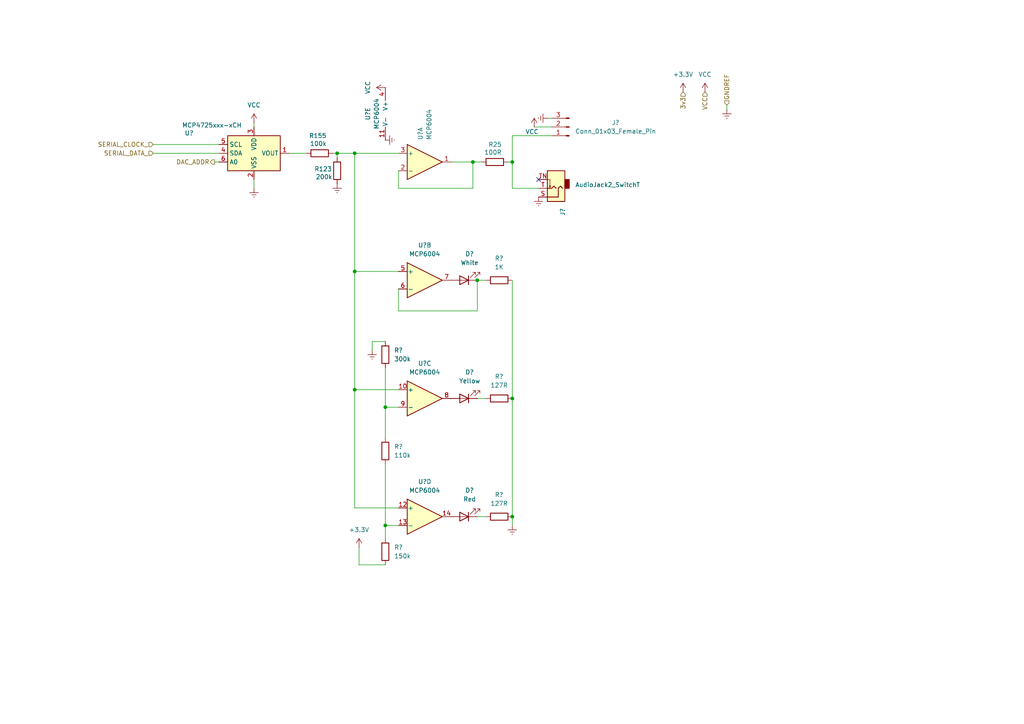
<source format=kicad_sch>
(kicad_sch (version 20250114) (generator "eeschema") (generator_version "9.0")
  (paper "A4")
  (lib_symbols
    (symbol "Amplifier_Operational:MCP6004" (pin_names (offset 0.127))
      (property "Reference" "U" (at 0 5.08 0))
      (property "Value" "MCP6004" (at 0 -5.08 0))
      (symbol "MCP6004_1_1"
        (polyline (pts (xy -5.08 5.08) (xy 5.08 0) (xy -5.08 -5.08) (xy -5.08 5.08)) (stroke (width 0.254)) (fill (type background)))
        (pin input line (at -7.62 2.54 0) (length 2.54) (name "+") (number "3"))
        (pin input line (at -7.62 -2.54 0) (length 2.54) (name "-") (number "2"))
        (pin output line (at 7.62 0 180) (length 2.54) (name "~") (number "1"))
      )
      (symbol "MCP6004_2_1"
        (polyline (pts (xy -5.08 5.08) (xy 5.08 0) (xy -5.08 -5.08) (xy -5.08 5.08)) (stroke (width 0.254)) (fill (type background)))
        (pin input line (at -7.62 2.54 0) (length 2.54) (name "+") (number "5"))
        (pin input line (at -7.62 -2.54 0) (length 2.54) (name "-") (number "6"))
        (pin output line (at 7.62 0 180) (length 2.54) (name "~") (number "7"))
      )
      (symbol "MCP6004_3_1"
        (polyline (pts (xy -5.08 5.08) (xy 5.08 0) (xy -5.08 -5.08) (xy -5.08 5.08)) (stroke (width 0.254)) (fill (type background)))
        (pin input line (at -7.62 2.54 0) (length 2.54) (name "+") (number "10"))
        (pin input line (at -7.62 -2.54 0) (length 2.54) (name "-") (number "9"))
        (pin output line (at 7.62 0 180) (length 2.54) (name "~") (number "8"))
      )
      (symbol "MCP6004_4_1"
        (polyline (pts (xy -5.08 5.08) (xy 5.08 0) (xy -5.08 -5.08) (xy -5.08 5.08)) (stroke (width 0.254)) (fill (type background)))
        (pin input line (at -7.62 2.54 0) (length 2.54) (name "+") (number "12"))
        (pin input line (at -7.62 -2.54 0) (length 2.54) (name "-") (number "13"))
        (pin output line (at 7.62 0 180) (length 2.54) (name "~") (number "14"))
      )
      (symbol "MCP6004_5_1"
        (pin power_in line (at -2.54 7.62 270) (length 3.81) (name "V+") (number "4"))
        (pin power_in line (at -2.54 -7.62 90) (length 3.81) (name "V-") (number "11"))
      )
    )
    (symbol "Analog_DAC:MCP4725xxx-xCH"
      (property "Reference" "U" (at -6.35 6.35 0))
      (property "Value" "MCP4725xxx-xCH" (at 8.89 6.35 0))
      (symbol "MCP4725xxx-xCH_0_1"
        (rectangle (start -7.62 5.08) (end 7.62 -5.08) (stroke (width 0.254)) (fill (type background)))
      )
      (symbol "MCP4725xxx-xCH_1_1"
        (pin input line (at -10.16 2.54 0) (length 2.54) (name "SCL") (number "5"))
        (pin bidirectional line (at -10.16 0 0) (length 2.54) (name "SDA") (number "4"))
        (pin input line (at -10.16 -2.54 0) (length 2.54) (name "A0") (number "6"))
        (pin power_in line (at 0 7.62 270) (length 2.54) (name "VDD") (number "3"))
        (pin power_in line (at 0 -7.62 90) (length 2.54) (name "VSS") (number "2"))
        (pin output line (at 10.16 0 180) (length 2.54) (name "VOUT") (number "1"))
      )
    )
    (symbol "Connector:Conn_01x03_Pin" (pin_names (offset 1.016) (hide yes))
      (property "Reference" "J" (at 0 5.08 0))
      (property "Value" "Conn_01x03_Pin" (at 0 -5.08 0))
      (symbol "Conn_01x03_Pin_1_1"
        (rectangle (start 0.8636 2.667) (end 0 2.413) (stroke (width 0.1524)) (fill (type outline)))
        (rectangle (start 0.8636 0.127) (end 0 -0.127) (stroke (width 0.1524)) (fill (type outline)))
        (rectangle (start 0.8636 -2.413) (end 0 -2.667) (stroke (width 0.1524)) (fill (type outline)))
        (polyline (pts (xy 1.27 2.54) (xy 0.8636 2.54)) (stroke (width 0.1524)))
        (polyline (pts (xy 1.27 0) (xy 0.8636 0)) (stroke (width 0.1524)))
        (polyline (pts (xy 1.27 -2.54) (xy 0.8636 -2.54)) (stroke (width 0.1524)))
        (pin passive line (at 5.08 2.54 180) (length 3.81) (name "Pin_1") (number "1"))
        (pin passive line (at 5.08 0 180) (length 3.81) (name "Pin_2") (number "2"))
        (pin passive line (at 5.08 -2.54 180) (length 3.81) (name "Pin_3") (number "3"))
      )
    )
    (symbol "Connector_Audio:AudioJack2_SwitchT"
      (property "Reference" "J" (at 0 8.89 0))
      (property "Value" "AudioJack2_SwitchT" (at 0 6.35 0))
      (symbol "AudioJack2_SwitchT_0_1"
        (rectangle (start -2.54 0) (end -3.81 -2.54) (stroke (width 0.254)) (fill (type outline)))
        (polyline (pts (xy 0 0) (xy 0.635 -0.635) (xy 1.27 0) (xy 2.54 0)) (stroke (width 0.254)))
        (polyline (pts (xy 1.778 -0.254) (xy 2.032 -0.762)))
        (rectangle (start 2.54 3.81) (end -2.54 -5.08) (stroke (width 0.254)) (fill (type background)))
        (polyline (pts (xy 2.54 2.54) (xy -0.635 2.54) (xy -0.635 0) (xy -1.27 -0.635) (xy -1.905 0)) (stroke (width 0.254)))
        (polyline (pts (xy 2.54 -2.54) (xy 1.778 -2.54) (xy 1.778 -0.254) (xy 1.524 -0.762)))
      )
      (symbol "AudioJack2_SwitchT_1_1"
        (pin passive line (at 5.08 2.54 180) (length 2.54) (name "~") (number "S"))
        (pin passive line (at 5.08 0 180) (length 2.54) (name "~") (number "T"))
        (pin passive line (at 5.08 -2.54 180) (length 2.54) (name "~") (number "TN"))
      )
    )
    (symbol "Device:LED" (pin_numbers (hide yes)) (pin_names (offset 1.016) (hide yes))
      (property "Reference" "D" (at 0 2.54 0))
      (property "Value" "LED" (at 0 -2.54 0))
      (symbol "LED_0_1"
        (polyline (pts (xy -3.048 -0.762) (xy -4.572 -2.286) (xy -3.81 -2.286) (xy -4.572 -2.286) (xy -4.572 -1.524)))
        (polyline (pts (xy -1.778 -0.762) (xy -3.302 -2.286) (xy -2.54 -2.286) (xy -3.302 -2.286) (xy -3.302 -1.524)))
        (polyline (pts (xy -1.27 0) (xy 1.27 0)))
        (polyline (pts (xy -1.27 -1.27) (xy -1.27 1.27)) (stroke (width 0.254)))
        (polyline (pts (xy 1.27 -1.27) (xy 1.27 1.27) (xy -1.27 0) (xy 1.27 -1.27)) (stroke (width 0.254)))
      )
      (symbol "LED_1_1"
        (pin passive line (at -3.81 0 0) (length 2.54) (name "K") (number "1"))
        (pin passive line (at 3.81 0 180) (length 2.54) (name "A") (number "2"))
      )
    )
    (symbol "Device:R" (pin_numbers (hide yes)) (pin_names (offset 0))
      (property "Reference" "R" (at 2.032 0 90))
      (property "Value" "R" (at 0 0 90))
      (symbol "R_0_1"
        (rectangle (start -1.016 -2.54) (end 1.016 2.54) (stroke (width 0.254)))
      )
      (symbol "R_1_1"
        (pin passive line (at 0 3.81 270) (length 1.27) (name "~") (number "1"))
        (pin passive line (at 0 -3.81 90) (length 1.27) (name "~") (number "2"))
      )
    )
    (symbol "power:+3.3V" (power) (pin_numbers (hide yes)) (pin_names (offset 0) (hide yes))
      (property "Value" "+3.3V" (at 0 3.556 0))
      (symbol "+3.3V_0_1"
        (polyline (pts (xy -0.762 1.27) (xy 0 2.54)))
        (polyline (pts (xy 0 2.54) (xy 0.762 1.27)))
        (polyline (pts (xy 0 0) (xy 0 2.54)))
      )
      (symbol "+3.3V_1_1"
        (pin power_in line (at 0 0 90) (length 0) (name "~") (number "1"))
      )
    )
    (symbol "power:GNDREF" (power) (pin_numbers (hide yes)) (pin_names (offset 0) (hide yes))
      (property "Value" "GNDREF" (at 0 -3.81 0))
      (symbol "GNDREF_0_1"
        (polyline (pts (xy -0.635 -1.905) (xy 0.635 -1.905)))
        (polyline (pts (xy -0.127 -2.54) (xy 0.127 -2.54)))
        (polyline (pts (xy 0 -1.27) (xy 0 0)))
        (polyline (pts (xy 1.27 -1.27) (xy -1.27 -1.27)))
      )
      (symbol "GNDREF_1_1"
        (pin power_in line (at 0 0 270) (length 0) (name "~") (number "1"))
      )
    )
    (symbol "power:VCC" (power) (pin_numbers (hide yes)) (pin_names (offset 0) (hide yes))
      (property "Value" "VCC" (at 0 3.556 0))
      (symbol "VCC_0_1"
        (polyline (pts (xy -0.762 1.27) (xy 0 2.54)))
        (polyline (pts (xy 0 2.54) (xy 0.762 1.27)))
        (polyline (pts (xy 0 0) (xy 0 2.54)))
      )
      (symbol "VCC_1_1"
        (pin power_in line (at 0 0 90) (length 0) (name "~") (number "1"))
      )
    )
  )
  (junction (at 102.87 78.74))
  (junction (at 148.59 149.86))
  (junction (at 102.87 113.03))
  (junction (at 97.79 44.45))
  (junction (at 138.43 81.28))
  (junction (at 137.16 46.99))
  (junction (at 111.76 118.11))
  (junction (at 102.87 44.45))
  (junction (at 111.76 152.4))
  (junction (at 148.59 46.99))
  (junction (at 148.59 115.57))
  (no_connect (at 156.21 52.07))
  (wire (pts (xy 115.57 44.45) (xy 102.87 44.45)))
  (wire (pts (xy 137.16 46.99) (xy 137.16 54.61)))
  (wire (pts (xy 102.87 113.03) (xy 102.87 147.32)))
  (wire (pts (xy 139.7 46.99) (xy 137.16 46.99)))
  (wire (pts (xy 148.59 149.86) (xy 148.59 152.4)))
  (wire (pts (xy 115.57 54.61) (xy 137.16 54.61)))
  (wire (pts (xy 115.57 83.82) (xy 115.57 90.17)))
  (wire (pts (xy 102.87 44.45) (xy 102.87 78.74)))
  (wire (pts (xy 73.66 35.56) (xy 73.66 36.83)))
  (wire (pts (xy 111.76 152.4) (xy 115.57 152.4)))
  (wire (pts (xy 97.79 44.45) (xy 102.87 44.45)))
  (wire (pts (xy 210.82 30.48) (xy 210.82 31.75)))
  (wire (pts (xy 138.43 81.28) (xy 140.97 81.28)))
  (wire (pts (xy 102.87 113.03) (xy 115.57 113.03)))
  (wire (pts (xy 107.95 99.06) (xy 107.95 101.6)))
  (wire (pts (xy 62.23 46.99) (xy 63.5 46.99)))
  (wire (pts (xy 73.66 52.07) (xy 73.66 54.61)))
  (wire (pts (xy 111.76 134.62) (xy 111.76 152.4)))
  (wire (pts (xy 148.59 81.28) (xy 148.59 115.57)))
  (wire (pts (xy 138.43 149.86) (xy 140.97 149.86)))
  (wire (pts (xy 111.76 118.11) (xy 111.76 127)))
  (wire (pts (xy 115.57 78.74) (xy 102.87 78.74)))
  (wire (pts (xy 138.43 90.17) (xy 138.43 81.28)))
  (wire (pts (xy 115.57 118.11) (xy 111.76 118.11)))
  (wire (pts (xy 44.45 44.45) (xy 63.5 44.45)))
  (wire (pts (xy 148.59 46.99) (xy 148.59 54.61)))
  (wire (pts (xy 115.57 54.61) (xy 115.57 49.53)))
  (wire (pts (xy 156.21 54.61) (xy 148.59 54.61)))
  (wire (pts (xy 160.02 39.37) (xy 148.59 39.37)))
  (wire (pts (xy 44.45 41.91) (xy 63.5 41.91)))
  (wire (pts (xy 148.59 115.57) (xy 148.59 149.86)))
  (wire (pts (xy 96.52 44.45) (xy 97.79 44.45)))
  (wire (pts (xy 138.43 115.57) (xy 140.97 115.57)))
  (wire (pts (xy 97.79 44.45) (xy 97.79 45.72)))
  (wire (pts (xy 83.82 44.45) (xy 88.9 44.45)))
  (wire (pts (xy 111.76 152.4) (xy 111.76 156.21)))
  (wire (pts (xy 148.59 39.37) (xy 148.59 46.99)))
  (wire (pts (xy 111.76 163.83) (xy 104.14 163.83)))
  (wire (pts (xy 111.76 106.68) (xy 111.76 118.11)))
  (wire (pts (xy 102.87 147.32) (xy 115.57 147.32)))
  (wire (pts (xy 102.87 78.74) (xy 102.87 113.03)))
  (wire (pts (xy 115.57 90.17) (xy 138.43 90.17)))
  (wire (pts (xy 104.14 158.75) (xy 104.14 163.83)))
  (wire (pts (xy 160.02 36.83) (xy 154.94 36.83)))
  (wire (pts (xy 160.02 34.29) (xy 158.75 34.29)))
  (wire (pts (xy 147.32 46.99) (xy 148.59 46.99)))
  (wire (pts (xy 111.76 99.06) (xy 107.95 99.06)))
  (wire (pts (xy 130.81 46.99) (xy 137.16 46.99)))
  (hierarchical_label "GNDREF" (shape input) (at 210.82 30.48 90))
  (hierarchical_label "DAC_ADDR" (shape output) (at 62.23 46.99 180))
  (hierarchical_label "SERIAL_CLOCK_" (shape input) (at 44.45 41.91 180))
  (hierarchical_label "VCC" (shape input) (at 204.47 26.67 270))
  (hierarchical_label "3v3" (shape input) (at 198.12 26.67 270))
  (hierarchical_label "SERIAL_DATA_" (shape input) (at 44.45 44.45 180))
  (symbol (lib_id "Analog_DAC:MCP4725xxx-xCH") (at 73.66 44.45 0) (unit 1)
    (property "Reference" "U?" (at 54.864 38.608 0))
    (property "Value" "MCP4725xxx-xCH" (at 61.468 36.322 0))
    (property "Footprint" "Package_TO_SOT_SMD:SOT-23-6" (effects (hide yes)))
    (property "Datasheet" "http://ww1.microchip.com/downloads/en/DeviceDoc/22039d.pdf" (effects (hide yes)))
    (property "Description" "12-bit Digital-to-Analog Converter, integrated EEPROM, I2C interface, SOT-23-6" (effects (hide yes)))
    (property "LCSC" "C144198" (effects (hide yes)))
  )
  (symbol (lib_id "Connector:Conn_01x03_Pin") (at 165.1 36.83 180) (unit 1)
    (property "Reference" "J?" (at 178.562 35.56 0))
    (property "Value" "Conn_01x03_Female_Pin" (at 178.562 38.1 0))
    (property "Footprint" "Connector_PinSocket_2.54mm:PinSocket_1x03_P2.54mm_Vertical" (effects (hide yes)))
    (property "Description" "Generic connector, single row, 01x03, script generated" (effects (hide yes)))
  )
  (symbol (lib_id "Amplifier_Operational:MCP6004") (at 123.19 46.99 0) (unit 1)
    (property "Reference" "U?" (at 121.9199 40.64 90) (effects (justify left)))
    (property "Value" "MCP6004" (at 124.4599 40.64 90) (effects (justify left)))
    (property "Footprint" "Package_SO:SOIC-14_3.9x8.7mm_P1.27mm" (effects (hide yes)))
    (property "Datasheet" "http://ww1.microchip.com/downloads/en/DeviceDoc/21733j.pdf" (effects (hide yes)))
    (property "Description" "1MHz, Low-Power Op Amp, DIP-14/SOIC-14/TSSOP-14" (effects (hide yes)))
  )
  (symbol (lib_id "Device:LED") (at 134.62 81.28 180) (unit 1)
    (property "Reference" "D?" (at 136.2075 73.66 0))
    (property "Value" "White" (at 136.2075 76.2 0))
    (property "Footprint" "LED_THT:LED_Rectangular_W5.0mm_H2.0mm" (effects (hide yes)))
    (property "Description" "WHITE Rectangular LED, diffused" (effects (hide yes)))
    (property "Sim.Pins" "1=K 2=A" (effects (hide yes)))
  )
  (symbol (lib_id "Device:R") (at 111.76 130.81 180) (unit 1)
    (property "Reference" "R?" (at 114.3 129.5399 0) (effects (justify right)))
    (property "Value" "110k" (at 114.3 132.0799 0) (effects (justify right)))
    (property "Footprint" "Resistor_SMD:R_0805_2012Metric" (effects (hide yes)))
    (property "Description" "Resistor" (effects (hide yes)))
  )
  (symbol (lib_id "power:GNDREF") (at 97.79 53.34 0) (unit 1)
    (property "Reference" "#PWR0274" (effects (hide yes)))
    (property "Value" "GNDREF" (effects (hide yes)))
    (property "Description" "Power symbol creates a global label with name \"GNDREF\" , reference supply ground" (effects (hide yes)))
    (instances (project "Oblique Palette 0.5.1 PCB Main" (path "" (reference "#PWR0281") (unit 1)) (path "" (reference "#PWR0304") (unit 1)) (path "" (reference "#PWR0291") (unit 1)) (path "" (reference "#PWR0289") (unit 1)) (path "" (reference "#PWR0274") (unit 1)) (path "" (reference "#PWR0306") (unit 1)) (path "" (reference "#PWR0296") (unit 1)) (path "" (reference "#PWR0276") (unit 1))))
  )
  (symbol (lib_id "power:+3.3V") (at 104.14 158.75 0) (unit 1)
    (property "Reference" "#PWR0168" (effects (hide yes)))
    (property "Value" "+3.3V" (at 104.14 153.67 0))
    (property "Description" "Power symbol creates a global label with name \"+3.3V\"" (effects (hide yes)))
    (instances (project "" (path "" (reference "#PWR0202") (unit 1)) (path "" (reference "#PWR0327") (unit 1)) (path "" (reference "#PWR0325") (unit 1)) (path "" (reference "#PWR0324") (unit 1)) (path "" (reference "#PWR0168") (unit 1)) (path "" (reference "#PWR0328") (unit 1)) (path "" (reference "#PWR0326") (unit 1)) (path "" (reference "#PWR0185") (unit 1))))
  )
  (symbol (lib_id "power:+3.3V") (at 198.12 26.67 0) (unit 1)
    (property "Reference" "#PWR0206" (effects (hide yes)))
    (property "Value" "+3.3V" (at 198.12 21.59 0))
    (property "Description" "Power symbol creates a global label with name \"+3.3V\"" (effects (hide yes)))
    (instances (project "Oblique Palette 0.5.1 PCB Main" (path "" (reference "#PWR0236") (unit 1)) (path "" (reference "#PWR0319") (unit 1)) (path "" (reference "#PWR0266") (unit 1)) (path "" (reference "#PWR0251") (unit 1)) (path "" (reference "#PWR0206") (unit 1)) (path "" (reference "#PWR0321") (unit 1)) (path "" (reference "#PWR0311") (unit 1)) (path "" (reference "#PWR0221") (unit 1))))
  )
  (symbol (lib_id "Amplifier_Operational:MCP6004") (at 123.19 115.57 0) (unit 3)
    (property "Reference" "U?" (at 123.19 105.41 0))
    (property "Value" "MCP6004" (at 123.19 107.95 0))
    (property "Footprint" "Package_SO:SOIC-14_3.9x8.7mm_P1.27mm" (effects (hide yes)))
    (property "Datasheet" "http://ww1.microchip.com/downloads/en/DeviceDoc/21733j.pdf" (effects (hide yes)))
    (property "Description" "1MHz, Low-Power Op Amp, DIP-14/SOIC-14/TSSOP-14" (effects (hide yes)))
  )
  (symbol (lib_id "power:VCC") (at 154.94 36.83 0) (unit 1)
    (property "Reference" "#PWR?" (effects (hide yes)))
    (property "Value" "VCC" (at 154.305 38.227 0))
    (property "Description" "Power symbol creates a global label with name \"VCC\"" (effects (hide yes)))
  )
  (symbol (lib_id "power:GNDREF") (at 73.66 54.61 0) (unit 1)
    (property "Reference" "#PWR?" (effects (hide yes)))
    (property "Value" "GNDREF" (effects (hide yes)))
    (property "Description" "Power symbol creates a global label with name \"GNDREF\" , reference supply ground" (effects (hide yes)))
  )
  (symbol (lib_id "Device:LED") (at 134.62 115.57 180) (unit 1)
    (property "Reference" "D?" (at 136.2075 107.95 0))
    (property "Value" "Yellow" (at 136.2075 110.49 0))
    (property "Footprint" "LED_THT:LED_Rectangular_W5.0mm_H2.0mm" (effects (hide yes)))
    (property "Description" "YELLOW Rectangular LED, diffused" (effects (hide yes)))
    (property "Sim.Pins" "1=K 2=A" (effects (hide yes)))
  )
  (symbol (lib_id "Amplifier_Operational:MCP6004") (at 123.19 149.86 0) (unit 4)
    (property "Reference" "U?" (at 123.19 139.7 0))
    (property "Value" "MCP6004" (at 123.19 142.24 0))
    (property "Footprint" "Package_SO:SOIC-14_3.9x8.7mm_P1.27mm" (effects (hide yes)))
    (property "Datasheet" "http://ww1.microchip.com/downloads/en/DeviceDoc/21733j.pdf" (effects (hide yes)))
    (property "Description" "1MHz, Low-Power Op Amp, DIP-14/SOIC-14/TSSOP-14" (effects (hide yes)))
  )
  (symbol (lib_id "power:VCC") (at 73.66 35.56 0) (unit 1)
    (property "Reference" "#PWR?" (effects (hide yes)))
    (property "Value" "VCC" (at 73.66 30.48 0))
    (property "Description" "Power symbol creates a global label with name \"VCC\"" (effects (hide yes)))
  )
  (symbol (lib_id "power:GNDREF") (at 158.75 34.29 270) (unit 1)
    (property "Reference" "#PWR?" (effects (hide yes)))
    (property "Value" "GNDREF" (effects (hide yes)))
    (property "Description" "Power symbol creates a global label with name \"GNDREF\" , reference supply ground" (effects (hide yes)))
  )
  (symbol (lib_id "power:VCC") (at 204.47 26.67 0) (unit 1)
    (property "Reference" "#PWR?" (effects (hide yes)))
    (property "Value" "VCC" (at 204.47 21.59 0))
    (property "Description" "Power symbol creates a global label with name \"VCC\"" (effects (hide yes)))
  )
  (symbol (lib_id "power:GNDREF") (at 156.21 57.15 0) (unit 1)
    (property "Reference" "#PWR?" (effects (hide yes)))
    (property "Value" "GNDREF" (effects (hide yes)))
    (property "Description" "Power symbol creates a global label with name \"GNDREF\" , reference supply ground" (effects (hide yes)))
  )
  (symbol (lib_id "Device:R") (at 144.78 149.86 90) (unit 1)
    (property "Reference" "R?" (at 144.78 143.51 90))
    (property "Value" "127R" (at 144.78 146.05 90))
    (property "Footprint" "Resistor_SMD:R_0805_2012Metric" (effects (hide yes)))
    (property "Description" "Resistor" (effects (hide yes)))
  )
  (symbol (lib_id "Amplifier_Operational:MCP6004") (at 123.19 81.28 0) (unit 2)
    (property "Reference" "U?" (at 123.19 71.12 0))
    (property "Value" "MCP6004" (at 123.19 73.66 0))
    (property "Footprint" "Package_SO:SOIC-14_3.9x8.7mm_P1.27mm" (effects (hide yes)))
    (property "Datasheet" "http://ww1.microchip.com/downloads/en/DeviceDoc/21733j.pdf" (effects (hide yes)))
    (property "Description" "1MHz, Low-Power Op Amp, DIP-14/SOIC-14/TSSOP-14" (effects (hide yes)))
  )
  (symbol (lib_id "Device:R") (at 144.78 115.57 90) (unit 1)
    (property "Reference" "R?" (at 144.78 109.22 90))
    (property "Value" "127R" (at 144.78 111.76 90))
    (property "Footprint" "Resistor_SMD:R_0805_2012Metric" (effects (hide yes)))
    (property "Description" "Resistor" (effects (hide yes)))
  )
  (symbol (lib_id "Connector_Audio:AudioJack2_SwitchT") (at 161.29 54.61 180) (unit 1)
    (property "Reference" "J?" (at 163.1951 60.325 90) (effects (justify left)))
    (property "Value" "AudioJack2_SwitchT" (at 185.674 53.594 0) (effects (justify left)))
    (property "Footprint" "Connector_Audio:Jack_3.5mm_QingPu_WQP-PJ398SM_Vertical_CircularHoles" (effects (hide yes)))
    (property "Description" "Audio Jack, 2 Poles (Mono / TS), Switched T Pole (Normalling)" (effects (hide yes)))
  )
  (symbol (lib_id "power:GNDREF") (at 148.59 152.4 0) (unit 1)
    (property "Reference" "#PWR?" (effects (hide yes)))
    (property "Value" "GNDREF" (effects (hide yes)))
    (property "Description" "Power symbol creates a global label with name \"GNDREF\" , reference supply ground" (effects (hide yes)))
  )
  (symbol (lib_id "power:GNDREF") (at 111.76 40.64 90) (unit 1)
    (property "Reference" "#PWR?" (effects (hide yes)))
    (property "Value" "GNDREF" (effects (hide yes)))
    (property "Description" "Power symbol creates a global label with name \"GNDREF\" , reference supply ground" (effects (hide yes)))
  )
  (symbol (lib_id "Device:R") (at 111.76 102.87 180) (unit 1)
    (property "Reference" "R?" (at 114.3 101.5999 0) (effects (justify right)))
    (property "Value" "300k" (at 114.3 104.1399 0) (effects (justify right)))
    (property "Footprint" "Resistor_SMD:R_0805_2012Metric" (effects (hide yes)))
    (property "Description" "Resistor" (effects (hide yes)))
  )
  (symbol (lib_id "power:GNDREF") (at 210.82 31.75 0) (unit 1)
    (property "Reference" "#PWR?" (effects (hide yes)))
    (property "Value" "GNDREF" (effects (hide yes)))
    (property "Description" "Power symbol creates a global label with name \"GNDREF\" , reference supply ground" (effects (hide yes)))
  )
  (symbol (lib_id "Amplifier_Operational:MCP6004") (at 114.3 33.02 0) (unit 5)
    (property "Reference" "U?" (at 106.68 33.02 90))
    (property "Value" "MCP6004" (at 109.22 33.02 90))
    (property "Footprint" "Package_SO:SOIC-14_3.9x8.7mm_P1.27mm" (effects (hide yes)))
    (property "Datasheet" "http://ww1.microchip.com/downloads/en/DeviceDoc/21733j.pdf" (effects (hide yes)))
    (property "Description" "1MHz, Low-Power Op Amp, DIP-14/SOIC-14/TSSOP-14" (effects (hide yes)))
  )
  (symbol (lib_id "power:VCC") (at 111.76 25.4 90) (unit 1)
    (property "Reference" "#PWR?" (effects (hide yes)))
    (property "Value" "VCC" (at 106.68 25.4 0))
    (property "Description" "Power symbol creates a global label with name \"VCC\"" (effects (hide yes)))
  )
  (symbol (lib_id "Device:R") (at 143.51 46.99 270) (unit 1)
    (property "Reference" "R25" (at 145.5421 41.91 90) (effects (justify right)))
    (property "Value" "100R" (at 145.542 44.196 90) (effects (justify right)))
    (property "Footprint" "Resistor_SMD:R_0805_2012Metric" (effects (hide yes)))
    (property "Description" "Resistor" (effects (hide yes)))
    (instances (project "Oblique Palette 0.5.4 PCB Main" (path "" (reference "R25") (unit 1)) (path "" (reference "R41") (unit 1)) (path "" (reference "R33") (unit 1)) (path "" (reference "R26") (unit 1)) (path "" (reference "R25") (unit 1)) (path "" (reference "R42") (unit 1)) (path "" (reference "R34") (unit 1)) (path "" (reference "R18") (unit 1))))
  )
  (symbol (lib_id "Device:R") (at 92.71 44.45 270) (unit 1)
    (property "Reference" "R153" (at 94.7421 39.37 90) (effects (justify right)))
    (property "Value" "100k" (at 94.742 41.656 90) (effects (justify right)))
    (property "Footprint" "Resistor_SMD:R_0805_2012Metric" (effects (hide yes)))
    (property "Description" "Resistor" (effects (hide yes)))
    (instances (project "Oblique Palette 0.5.1 PCB Main" (path "" (reference "R155") (unit 1)) (path "" (reference "R159") (unit 1)) (path "" (reference "R157") (unit 1)) (path "" (reference "R156") (unit 1)) (path "" (reference "R153") (unit 1)) (path "" (reference "R168") (unit 1)) (path "" (reference "R158") (unit 1)) (path "" (reference "R154") (unit 1))))
  )
  (symbol (lib_id "Device:R") (at 111.76 160.02 180) (unit 1)
    (property "Reference" "R?" (at 114.3 158.7499 0) (effects (justify right)))
    (property "Value" "150k" (at 114.3 161.2899 0) (effects (justify right)))
    (property "Footprint" "Resistor_SMD:R_0805_2012Metric" (effects (hide yes)))
    (property "Description" "Resistor" (effects (hide yes)))
  )
  (symbol (lib_id "Device:LED") (at 134.62 149.86 180) (unit 1)
    (property "Reference" "D?" (at 136.2075 142.24 0))
    (property "Value" "Red" (at 136.2075 144.78 0))
    (property "Footprint" "LED_THT:LED_Rectangular_W5.0mm_H2.0mm" (effects (hide yes)))
    (property "Description" "RED Rectangular LED, diffused" (effects (hide yes)))
    (property "Sim.Pins" "1=K 2=A" (effects (hide yes)))
  )
  (symbol (lib_id "Device:R") (at 97.79 49.53 180) (unit 1)
    (property "Reference" "R112" (at 93.726 49.022 0))
    (property "Value" "200k" (at 93.98 51.308 0))
    (property "Footprint" "Resistor_SMD:R_0805_2012Metric" (effects (hide yes)))
    (property "Description" "Resistor" (effects (hide yes)))
    (instances (project "Oblique Palette 0.5.1 PCB Main" (path "" (reference "R123") (unit 1)) (path "" (reference "R145") (unit 1)) (path "" (reference "R134") (unit 1)) (path "" (reference "R127") (unit 1)) (path "" (reference "R112") (unit 1)) (path "" (reference "R149") (unit 1)) (path "" (reference "R138") (unit 1)) (path "" (reference "R116") (unit 1))))
  )
  (symbol (lib_id "power:GNDREF") (at 107.95 101.6 0) (unit 1)
    (property "Reference" "#PWR?" (effects (hide yes)))
    (property "Value" "GNDREF" (effects (hide yes)))
    (property "Description" "Power symbol creates a global label with name \"GNDREF\" , reference supply ground" (effects (hide yes)))
  )
  (symbol (lib_id "Device:R") (at 144.78 81.28 90) (unit 1)
    (property "Reference" "R?" (at 144.78 74.93 90))
    (property "Value" "1K" (at 144.78 77.47 90))
    (property "Footprint" "Resistor_SMD:R_0805_2012Metric" (effects (hide yes)))
    (property "Description" "Resistor" (effects (hide yes)))
  )
)
</source>
